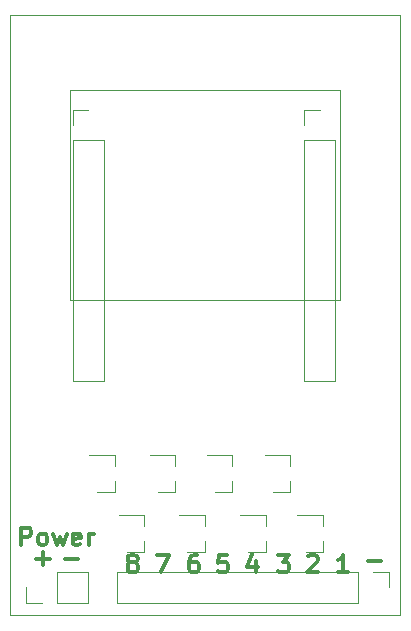
<source format=gbr>
G04 #@! TF.GenerationSoftware,KiCad,Pcbnew,(5.0.0)*
G04 #@! TF.CreationDate,2019-08-02T15:13:00-07:00*
G04 #@! TF.ProjectId,Sequence Controller,53657175656E636520436F6E74726F6C,rev?*
G04 #@! TF.SameCoordinates,Original*
G04 #@! TF.FileFunction,Legend,Top*
G04 #@! TF.FilePolarity,Positive*
%FSLAX46Y46*%
G04 Gerber Fmt 4.6, Leading zero omitted, Abs format (unit mm)*
G04 Created by KiCad (PCBNEW (5.0.0)) date 08/02/19 15:13:00*
%MOMM*%
%LPD*%
G01*
G04 APERTURE LIST*
%ADD10C,0.300000*%
%ADD11C,0.100000*%
%ADD12C,0.120000*%
G04 APERTURE END LIST*
D10*
X111125714Y-115378571D02*
X111125714Y-113878571D01*
X111697142Y-113878571D01*
X111840000Y-113950000D01*
X111911428Y-114021428D01*
X111982857Y-114164285D01*
X111982857Y-114378571D01*
X111911428Y-114521428D01*
X111840000Y-114592857D01*
X111697142Y-114664285D01*
X111125714Y-114664285D01*
X112840000Y-115378571D02*
X112697142Y-115307142D01*
X112625714Y-115235714D01*
X112554285Y-115092857D01*
X112554285Y-114664285D01*
X112625714Y-114521428D01*
X112697142Y-114450000D01*
X112840000Y-114378571D01*
X113054285Y-114378571D01*
X113197142Y-114450000D01*
X113268571Y-114521428D01*
X113340000Y-114664285D01*
X113340000Y-115092857D01*
X113268571Y-115235714D01*
X113197142Y-115307142D01*
X113054285Y-115378571D01*
X112840000Y-115378571D01*
X113840000Y-114378571D02*
X114125714Y-115378571D01*
X114411428Y-114664285D01*
X114697142Y-115378571D01*
X114982857Y-114378571D01*
X116125714Y-115307142D02*
X115982857Y-115378571D01*
X115697142Y-115378571D01*
X115554285Y-115307142D01*
X115482857Y-115164285D01*
X115482857Y-114592857D01*
X115554285Y-114450000D01*
X115697142Y-114378571D01*
X115982857Y-114378571D01*
X116125714Y-114450000D01*
X116197142Y-114592857D01*
X116197142Y-114735714D01*
X115482857Y-114878571D01*
X116840000Y-115378571D02*
X116840000Y-114378571D01*
X116840000Y-114664285D02*
X116911428Y-114521428D01*
X116982857Y-114450000D01*
X117125714Y-114378571D01*
X117268571Y-114378571D01*
X122640000Y-116178571D02*
X123640000Y-116178571D01*
X122997142Y-117678571D01*
X120427142Y-116821428D02*
X120284285Y-116750000D01*
X120212857Y-116678571D01*
X120141428Y-116535714D01*
X120141428Y-116464285D01*
X120212857Y-116321428D01*
X120284285Y-116250000D01*
X120427142Y-116178571D01*
X120712857Y-116178571D01*
X120855714Y-116250000D01*
X120927142Y-116321428D01*
X120998571Y-116464285D01*
X120998571Y-116535714D01*
X120927142Y-116678571D01*
X120855714Y-116750000D01*
X120712857Y-116821428D01*
X120427142Y-116821428D01*
X120284285Y-116892857D01*
X120212857Y-116964285D01*
X120141428Y-117107142D01*
X120141428Y-117392857D01*
X120212857Y-117535714D01*
X120284285Y-117607142D01*
X120427142Y-117678571D01*
X120712857Y-117678571D01*
X120855714Y-117607142D01*
X120927142Y-117535714D01*
X120998571Y-117392857D01*
X120998571Y-117107142D01*
X120927142Y-116964285D01*
X120855714Y-116892857D01*
X120712857Y-116821428D01*
X138838571Y-117678571D02*
X137981428Y-117678571D01*
X138410000Y-117678571D02*
X138410000Y-116178571D01*
X138267142Y-116392857D01*
X138124285Y-116535714D01*
X137981428Y-116607142D01*
X130995714Y-116678571D02*
X130995714Y-117678571D01*
X130638571Y-116107142D02*
X130281428Y-117178571D01*
X131210000Y-117178571D01*
X128577142Y-116178571D02*
X127862857Y-116178571D01*
X127791428Y-116892857D01*
X127862857Y-116821428D01*
X128005714Y-116750000D01*
X128362857Y-116750000D01*
X128505714Y-116821428D01*
X128577142Y-116892857D01*
X128648571Y-117035714D01*
X128648571Y-117392857D01*
X128577142Y-117535714D01*
X128505714Y-117607142D01*
X128362857Y-117678571D01*
X128005714Y-117678571D01*
X127862857Y-117607142D01*
X127791428Y-117535714D01*
X126045714Y-116178571D02*
X125760000Y-116178571D01*
X125617142Y-116250000D01*
X125545714Y-116321428D01*
X125402857Y-116535714D01*
X125331428Y-116821428D01*
X125331428Y-117392857D01*
X125402857Y-117535714D01*
X125474285Y-117607142D01*
X125617142Y-117678571D01*
X125902857Y-117678571D01*
X126045714Y-117607142D01*
X126117142Y-117535714D01*
X126188571Y-117392857D01*
X126188571Y-117035714D01*
X126117142Y-116892857D01*
X126045714Y-116821428D01*
X125902857Y-116750000D01*
X125617142Y-116750000D01*
X125474285Y-116821428D01*
X125402857Y-116892857D01*
X125331428Y-117035714D01*
X132850000Y-116178571D02*
X133778571Y-116178571D01*
X133278571Y-116750000D01*
X133492857Y-116750000D01*
X133635714Y-116821428D01*
X133707142Y-116892857D01*
X133778571Y-117035714D01*
X133778571Y-117392857D01*
X133707142Y-117535714D01*
X133635714Y-117607142D01*
X133492857Y-117678571D01*
X133064285Y-117678571D01*
X132921428Y-117607142D01*
X132850000Y-117535714D01*
X135411428Y-116321428D02*
X135482857Y-116250000D01*
X135625714Y-116178571D01*
X135982857Y-116178571D01*
X136125714Y-116250000D01*
X136197142Y-116321428D01*
X136268571Y-116464285D01*
X136268571Y-116607142D01*
X136197142Y-116821428D01*
X135340000Y-117678571D01*
X136268571Y-117678571D01*
X140498571Y-116667142D02*
X141641428Y-116667142D01*
X112398571Y-116507142D02*
X113541428Y-116507142D01*
X112970000Y-117078571D02*
X112970000Y-115935714D01*
X114808571Y-116507142D02*
X115951428Y-116507142D01*
D11*
G04 #@! TO.C,U1*
X110220001Y-121310001D02*
X143240001Y-121310001D01*
X143240001Y-121310001D02*
X143240001Y-70510001D01*
X143240001Y-70510001D02*
X110220001Y-70510001D01*
X110220001Y-70510001D02*
X110220001Y-121310001D01*
X138160001Y-77114001D02*
X138160001Y-94640001D01*
X138160001Y-94640001D02*
X115300001Y-94640001D01*
X115300001Y-94640001D02*
X115300001Y-76860001D01*
X115300001Y-76860001D02*
X138160001Y-76860001D01*
X138160001Y-76860001D02*
X138160001Y-77876001D01*
D12*
G04 #@! TO.C,ExtIn1*
X135080000Y-78490000D02*
X136410000Y-78490000D01*
X135080000Y-79820000D02*
X135080000Y-78490000D01*
X135080000Y-81090000D02*
X137740000Y-81090000D01*
X137740000Y-81090000D02*
X137740000Y-101470000D01*
X135080000Y-81090000D02*
X135080000Y-101470000D01*
X135080000Y-101470000D02*
X137740000Y-101470000D01*
G04 #@! TO.C,ExtOut1*
X115490000Y-101470000D02*
X118150000Y-101470000D01*
X115490000Y-81090000D02*
X115490000Y-101470000D01*
X118150000Y-81090000D02*
X118150000Y-101470000D01*
X115490000Y-81090000D02*
X118150000Y-81090000D01*
X115490000Y-79820000D02*
X115490000Y-78490000D01*
X115490000Y-78490000D02*
X116820000Y-78490000D01*
G04 #@! TO.C,Output1*
X142250000Y-117610000D02*
X142250000Y-118940000D01*
X140920000Y-117610000D02*
X142250000Y-117610000D01*
X139650000Y-117610000D02*
X139650000Y-120270000D01*
X139650000Y-120270000D02*
X119270000Y-120270000D01*
X139650000Y-117610000D02*
X119270000Y-117610000D01*
X119270000Y-117610000D02*
X119270000Y-120270000D01*
G04 #@! TO.C,Q1*
X119040000Y-110900000D02*
X117580000Y-110900000D01*
X119040000Y-107740000D02*
X116880000Y-107740000D01*
X119040000Y-107740000D02*
X119040000Y-108670000D01*
X119040000Y-110900000D02*
X119040000Y-109970000D01*
G04 #@! TO.C,Q2*
X121540000Y-115970000D02*
X121540000Y-115040000D01*
X121540000Y-112810000D02*
X121540000Y-113740000D01*
X121540000Y-112810000D02*
X119380000Y-112810000D01*
X121540000Y-115970000D02*
X120080000Y-115970000D01*
G04 #@! TO.C,Q3*
X124180000Y-110900000D02*
X122720000Y-110900000D01*
X124180000Y-107740000D02*
X122020000Y-107740000D01*
X124180000Y-107740000D02*
X124180000Y-108670000D01*
X124180000Y-110900000D02*
X124180000Y-109970000D01*
G04 #@! TO.C,Q4*
X126670000Y-115970000D02*
X125210000Y-115970000D01*
X126670000Y-112810000D02*
X124510000Y-112810000D01*
X126670000Y-112810000D02*
X126670000Y-113740000D01*
X126670000Y-115970000D02*
X126670000Y-115040000D01*
G04 #@! TO.C,Q5*
X129020000Y-110900000D02*
X129020000Y-109970000D01*
X129020000Y-107740000D02*
X129020000Y-108670000D01*
X129020000Y-107740000D02*
X126860000Y-107740000D01*
X129020000Y-110900000D02*
X127560000Y-110900000D01*
G04 #@! TO.C,Q6*
X131840000Y-115970000D02*
X131840000Y-115040000D01*
X131840000Y-112810000D02*
X131840000Y-113740000D01*
X131840000Y-112810000D02*
X129680000Y-112810000D01*
X131840000Y-115970000D02*
X130380000Y-115970000D01*
G04 #@! TO.C,Q7*
X133900000Y-110900000D02*
X132440000Y-110900000D01*
X133900000Y-107740000D02*
X131740000Y-107740000D01*
X133900000Y-107740000D02*
X133900000Y-108670000D01*
X133900000Y-110900000D02*
X133900000Y-109970000D01*
G04 #@! TO.C,Q8*
X136670000Y-115970000D02*
X136670000Y-115040000D01*
X136670000Y-112810000D02*
X136670000Y-113740000D01*
X136670000Y-112810000D02*
X134510000Y-112810000D01*
X136670000Y-115970000D02*
X135210000Y-115970000D01*
G04 #@! TO.C,J1*
X111550000Y-120270000D02*
X111550000Y-118940000D01*
X112880000Y-120270000D02*
X111550000Y-120270000D01*
X114150000Y-120270000D02*
X114150000Y-117610000D01*
X114150000Y-117610000D02*
X116750000Y-117610000D01*
X114150000Y-120270000D02*
X116750000Y-120270000D01*
X116750000Y-120270000D02*
X116750000Y-117610000D01*
G04 #@! TD*
M02*

</source>
